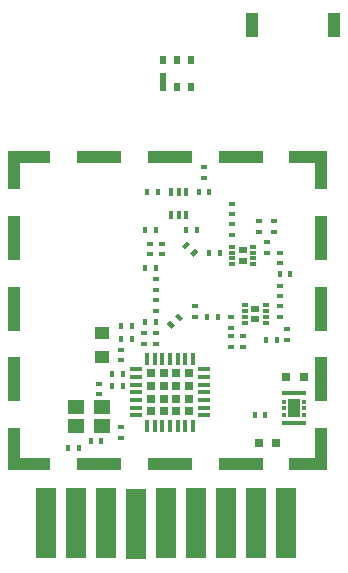
<source format=gbr>
G04 #@! TF.GenerationSoftware,KiCad,Pcbnew,(5.1.6)-1*
G04 #@! TF.CreationDate,2022-11-14T19:34:08+01:00*
G04 #@! TF.ProjectId,LoRa_Balloon,4c6f5261-5f42-4616-9c6c-6f6f6e2e6b69,2*
G04 #@! TF.SameCoordinates,Original*
G04 #@! TF.FileFunction,Paste,Top*
G04 #@! TF.FilePolarity,Positive*
%FSLAX46Y46*%
G04 Gerber Fmt 4.6, Leading zero omitted, Abs format (unit mm)*
G04 Created by KiCad (PCBNEW (5.1.6)-1) date 2022-11-14 19:34:08*
%MOMM*%
%LPD*%
G01*
G04 APERTURE LIST*
%ADD10R,1.800000X6.000000*%
%ADD11R,1.400000X1.150000*%
%ADD12R,1.000000X3.570000*%
%ADD13R,1.000000X3.800000*%
%ADD14R,1.000000X3.240000*%
%ADD15R,3.570000X1.000000*%
%ADD16R,3.800000X1.000000*%
%ADD17R,3.240000X1.000000*%
%ADD18R,0.400000X0.600000*%
%ADD19R,0.400000X0.650000*%
%ADD20R,0.636000X0.528000*%
%ADD21R,0.500000X0.300000*%
%ADD22R,0.600000X1.500000*%
%ADD23R,0.600000X0.750000*%
%ADD24R,2.100000X0.350000*%
%ADD25R,0.375000X0.350000*%
%ADD26R,1.100000X1.500000*%
%ADD27R,1.000000X2.000000*%
%ADD28R,0.637500X0.637500*%
%ADD29R,0.370000X1.000000*%
%ADD30R,1.000000X0.370000*%
%ADD31R,0.600000X0.400000*%
%ADD32R,1.250000X1.000000*%
%ADD33R,0.800000X0.750000*%
%ADD34C,0.100000*%
G04 APERTURE END LIST*
D10*
X125160000Y-145000000D03*
X122620000Y-145000000D03*
X120080000Y-145000000D03*
X117540000Y-145000000D03*
X115000000Y-145000000D03*
X112460000Y-145050000D03*
X109920000Y-145000000D03*
X107380000Y-145000000D03*
X104840000Y-145000000D03*
D11*
X107409460Y-136786400D03*
X109609460Y-136786400D03*
X109609460Y-135186400D03*
X107409460Y-135186400D03*
D12*
X102144200Y-138707400D03*
D13*
X102144200Y-132822400D03*
X102144200Y-126822400D03*
X102144200Y-120822400D03*
D14*
X102144200Y-115102400D03*
D15*
X103429200Y-139992400D03*
D16*
X109314200Y-139992400D03*
X115314200Y-139992400D03*
X121314200Y-139992400D03*
D17*
X127034200Y-139992400D03*
D14*
X128154200Y-115102400D03*
D13*
X128154200Y-120822400D03*
X128154200Y-126822400D03*
X128154200Y-132822400D03*
D12*
X128154200Y-138707400D03*
D15*
X103429200Y-113982400D03*
D16*
X109314200Y-113982400D03*
X115314200Y-113982400D03*
X121314200Y-113982400D03*
D17*
X127034200Y-113982400D03*
D18*
X107610000Y-138610000D03*
X106710000Y-138610000D03*
D19*
X115405800Y-116987200D03*
X116705800Y-116987200D03*
X116055800Y-118887200D03*
X116055800Y-116987200D03*
X116705800Y-118887200D03*
X115405800Y-118887200D03*
D20*
X122562440Y-127718200D03*
X122562440Y-126838200D03*
D21*
X121662440Y-128028200D03*
X121662440Y-127528200D03*
X121662440Y-127028200D03*
X121662440Y-126528200D03*
X123462440Y-126528200D03*
X123462440Y-127028200D03*
X123462440Y-127528200D03*
X123462440Y-128028200D03*
D20*
X121476160Y-121886280D03*
X121476160Y-122766280D03*
D21*
X122376160Y-121576280D03*
X122376160Y-122076280D03*
X122376160Y-122576280D03*
X122376160Y-123076280D03*
X120576160Y-123076280D03*
X120576160Y-122576280D03*
X120576160Y-122076280D03*
X120576160Y-121576280D03*
D22*
X114750000Y-107650000D03*
D23*
X115950000Y-108025000D03*
X117150000Y-108025000D03*
X117150000Y-105775000D03*
X115950000Y-105775000D03*
X114750000Y-105775000D03*
D24*
X125850000Y-136535000D03*
X125850000Y-133985000D03*
D25*
X126712500Y-135810000D03*
X126712500Y-135260000D03*
X126712500Y-134710000D03*
X124987500Y-134710000D03*
X124987500Y-135260000D03*
X124987500Y-135810000D03*
D26*
X125850000Y-135260000D03*
D27*
X129250000Y-102800000D03*
X122250000Y-102800000D03*
D28*
X113750370Y-132309970D03*
X113750370Y-133372470D03*
X113750370Y-134434970D03*
X113750370Y-135497470D03*
X114812870Y-132309970D03*
X114812870Y-133372470D03*
X114812870Y-134434970D03*
X114812870Y-135497470D03*
X115875370Y-132309970D03*
X115875370Y-133372470D03*
X115875370Y-134434970D03*
X115875370Y-135497470D03*
X116937870Y-132309970D03*
X116937870Y-133372470D03*
X116937870Y-134434970D03*
X116937870Y-135497470D03*
D29*
X113394120Y-131053720D03*
X114044120Y-131053720D03*
X114694120Y-131053720D03*
X115344120Y-131053720D03*
X115994120Y-131053720D03*
X116644120Y-131053720D03*
X117294120Y-131053720D03*
D30*
X118194120Y-131953720D03*
X118194120Y-132603720D03*
X118194120Y-133253720D03*
X118194120Y-133903720D03*
X118194120Y-134553720D03*
X118194120Y-135203720D03*
X118194120Y-135853720D03*
D29*
X117294120Y-136753720D03*
X116644120Y-136753720D03*
X115994120Y-136753720D03*
X115344120Y-136753720D03*
X114694120Y-136753720D03*
X114044120Y-136753720D03*
X113394120Y-136753720D03*
D30*
X112494120Y-135853720D03*
X112494120Y-135203720D03*
X112494120Y-134553720D03*
X112494120Y-133903720D03*
X112494120Y-133253720D03*
X112494120Y-132603720D03*
X112494120Y-131953720D03*
D31*
X109290000Y-134090000D03*
X109290000Y-133190000D03*
D32*
X109573720Y-128906400D03*
X109573720Y-130906400D03*
D31*
X120571920Y-117931240D03*
X120571920Y-118831240D03*
X122878240Y-119397240D03*
X122878240Y-120297240D03*
X124173640Y-119397240D03*
X124173640Y-120297240D03*
D18*
X113421400Y-116987200D03*
X114321400Y-116987200D03*
D33*
X126680000Y-132620000D03*
X125180000Y-132620000D03*
X122840000Y-138210000D03*
X124340000Y-138210000D03*
D31*
X113627560Y-122235680D03*
X113627560Y-121335680D03*
X113094160Y-129801920D03*
X113094160Y-128901920D03*
D18*
X117611120Y-120187600D03*
X116711120Y-120187600D03*
D31*
X111219640Y-130306960D03*
X111219640Y-131206960D03*
D34*
G36*
X117064673Y-121371649D02*
G01*
X116640409Y-121795913D01*
X116357567Y-121513071D01*
X116781831Y-121088807D01*
X117064673Y-121371649D01*
G37*
G36*
X117701069Y-122008045D02*
G01*
X117276805Y-122432309D01*
X116993963Y-122149467D01*
X117418227Y-121725203D01*
X117701069Y-122008045D01*
G37*
D18*
X110436900Y-132354200D03*
X111336900Y-132354200D03*
X111223880Y-128280040D03*
X112123880Y-128280040D03*
X110441560Y-133410840D03*
X111341560Y-133410840D03*
X111223880Y-129357000D03*
X112123880Y-129357000D03*
X123400000Y-135860000D03*
X122500000Y-135860000D03*
D31*
X124610520Y-122081600D03*
X124610520Y-122981600D03*
D18*
X125510520Y-123926480D03*
X124610520Y-123926480D03*
D31*
X124610520Y-124886600D03*
X124610520Y-125786600D03*
X125276000Y-128564100D03*
X125276000Y-129464100D03*
D18*
X109510000Y-138030000D03*
X108610000Y-138030000D03*
D31*
X120513500Y-130030520D03*
X120513500Y-129130520D03*
D18*
X113245720Y-127954920D03*
X114145720Y-127954920D03*
D31*
X121524420Y-130030520D03*
X121524420Y-129130520D03*
X114145720Y-126999880D03*
X114145720Y-126099880D03*
X117447720Y-126630740D03*
X117447720Y-127530740D03*
D18*
X119360340Y-127528200D03*
X118460340Y-127528200D03*
X113238100Y-123380380D03*
X114138100Y-123380380D03*
D31*
X114674040Y-122235680D03*
X114674040Y-121335680D03*
D18*
X113256720Y-120182520D03*
X114156720Y-120182520D03*
X118664800Y-116987200D03*
X117764800Y-116987200D03*
D31*
X118230000Y-115750000D03*
X118230000Y-114850000D03*
D18*
X118674120Y-122077360D03*
X119574120Y-122077360D03*
D31*
X123528480Y-122077360D03*
X123528480Y-121177360D03*
X114145720Y-129804880D03*
X114145720Y-128904880D03*
X124610520Y-126629040D03*
X124610520Y-127529040D03*
D34*
G36*
X115372949Y-127812885D02*
G01*
X115797213Y-128237149D01*
X115514371Y-128519991D01*
X115090107Y-128095727D01*
X115372949Y-127812885D01*
G37*
G36*
X116009345Y-127176489D02*
G01*
X116433609Y-127600753D01*
X116150767Y-127883595D01*
X115726503Y-127459331D01*
X116009345Y-127176489D01*
G37*
D31*
X120513500Y-127527780D03*
X120513500Y-128427780D03*
X114145720Y-125240080D03*
X114145720Y-124340080D03*
X120571920Y-120583840D03*
X120571920Y-119683840D03*
X111191700Y-136857200D03*
X111191700Y-137757200D03*
D18*
X123464560Y-129463680D03*
X124364560Y-129463680D03*
M02*

</source>
